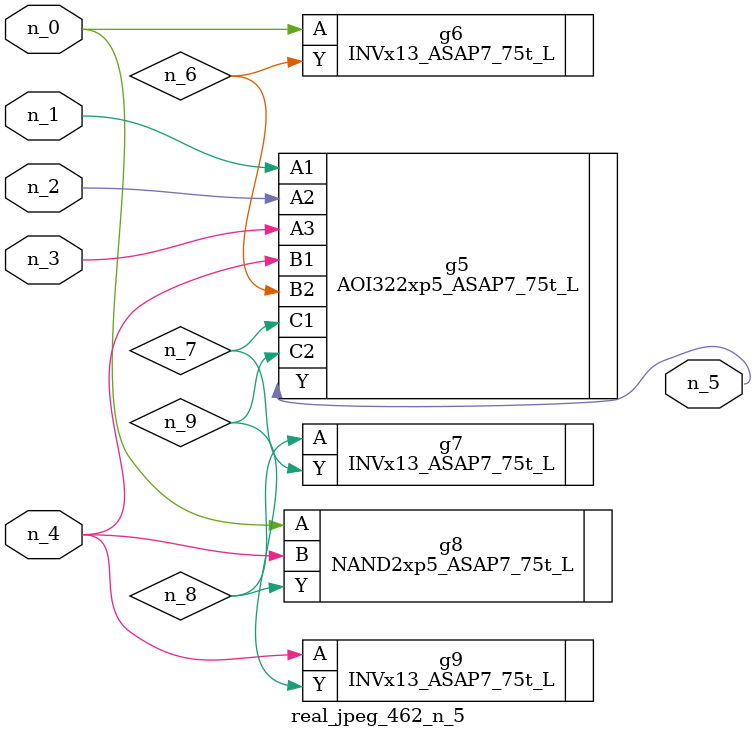
<source format=v>
module real_jpeg_462_n_5 (n_4, n_0, n_1, n_2, n_3, n_5);

input n_4;
input n_0;
input n_1;
input n_2;
input n_3;

output n_5;

wire n_8;
wire n_6;
wire n_7;
wire n_9;

INVx13_ASAP7_75t_L g6 ( 
.A(n_0),
.Y(n_6)
);

NAND2xp5_ASAP7_75t_L g8 ( 
.A(n_0),
.B(n_4),
.Y(n_8)
);

AOI322xp5_ASAP7_75t_L g5 ( 
.A1(n_1),
.A2(n_2),
.A3(n_3),
.B1(n_4),
.B2(n_6),
.C1(n_7),
.C2(n_9),
.Y(n_5)
);

INVx13_ASAP7_75t_L g9 ( 
.A(n_4),
.Y(n_9)
);

INVx13_ASAP7_75t_L g7 ( 
.A(n_8),
.Y(n_7)
);


endmodule
</source>
